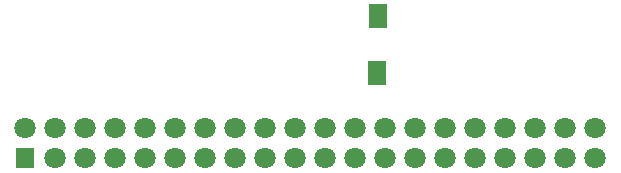
<source format=gbr>
%TF.GenerationSoftware,KiCad,Pcbnew,9.0.2*%
%TF.CreationDate,2025-09-10T19:31:46+05:30*%
%TF.ProjectId,ProDoc_Board1_2025-09-03,50726f44-6f63-45f4-926f-617264315f32,rev?*%
%TF.SameCoordinates,Original*%
%TF.FileFunction,Soldermask,Bot*%
%TF.FilePolarity,Negative*%
%FSLAX46Y46*%
G04 Gerber Fmt 4.6, Leading zero omitted, Abs format (unit mm)*
G04 Created by KiCad (PCBNEW 9.0.2) date 2025-09-10 19:31:46*
%MOMM*%
%LPD*%
G01*
G04 APERTURE LIST*
%ADD10R,1.575000X1.800000*%
%ADD11C,1.800000*%
%ADD12R,1.620000X2.046500*%
G04 APERTURE END LIST*
D10*
%TO.C,H1*%
X128110000Y-101310000D03*
D11*
X128110000Y-98770000D03*
X130650000Y-101310000D03*
X130650000Y-98770000D03*
X133190000Y-101310000D03*
X133190000Y-98770000D03*
X135730000Y-101310000D03*
X135730000Y-98770000D03*
X138270000Y-101310000D03*
X138270000Y-98770000D03*
X140810000Y-101310000D03*
X140810000Y-98770000D03*
X143350000Y-101310000D03*
X143350000Y-98770000D03*
X145890000Y-101310000D03*
X145890000Y-98770000D03*
X148430000Y-101310000D03*
X148430000Y-98770000D03*
X150970000Y-101310000D03*
X150970000Y-98770000D03*
X153510000Y-101310000D03*
X153510000Y-98770000D03*
X156050000Y-101310000D03*
X156050000Y-98770000D03*
X158590000Y-101310000D03*
X158590000Y-98770000D03*
X161130000Y-101310000D03*
X161130000Y-98770000D03*
X163670000Y-101310000D03*
X163670000Y-98770000D03*
X166210000Y-101310000D03*
X166210000Y-98770000D03*
X168750000Y-101310000D03*
X168750000Y-98770000D03*
X171290000Y-101310000D03*
X171290000Y-98770000D03*
X173830000Y-101310000D03*
X173830000Y-98770000D03*
X176370000Y-101310000D03*
X176370000Y-98770000D03*
%TD*%
D12*
%TO.C,D2*%
X157929500Y-89246000D03*
X157910500Y-94054000D03*
%TD*%
M02*

</source>
